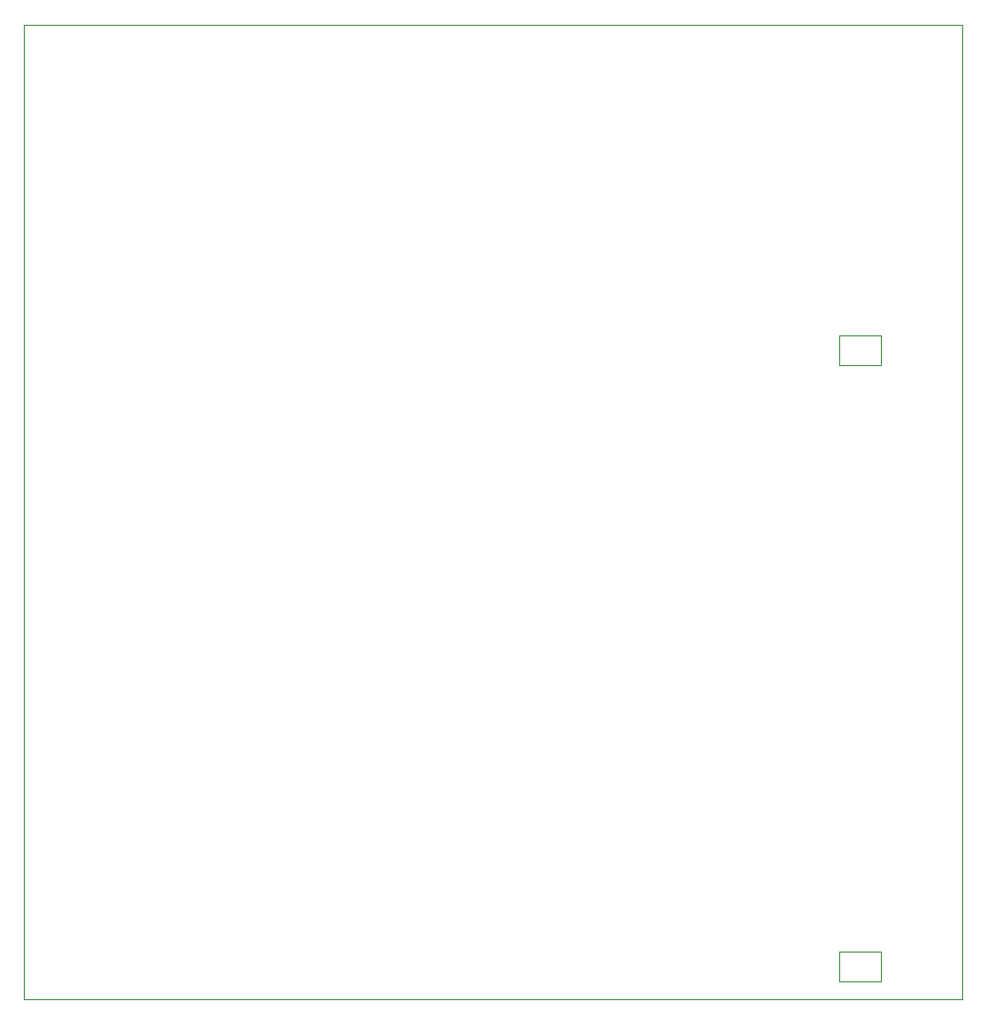
<source format=gm1>
G04 #@! TF.GenerationSoftware,KiCad,Pcbnew,8.0.4+dfsg-1*
G04 #@! TF.CreationDate,2025-03-15T13:20:52+01:00*
G04 #@! TF.ProjectId,olimex-ice40-scart-header,6f6c696d-6578-42d6-9963-6534302d7363,rev?*
G04 #@! TF.SameCoordinates,Original*
G04 #@! TF.FileFunction,Profile,NP*
%FSLAX46Y46*%
G04 Gerber Fmt 4.6, Leading zero omitted, Abs format (unit mm)*
G04 Created by KiCad (PCBNEW 8.0.4+dfsg-1) date 2025-03-15 13:20:52*
%MOMM*%
%LPD*%
G01*
G04 APERTURE LIST*
G04 #@! TA.AperFunction,Profile*
%ADD10C,0.100000*%
G04 #@! TD*
G04 #@! TA.AperFunction,Profile*
%ADD11C,0.120000*%
G04 #@! TD*
G04 APERTURE END LIST*
D10*
X118742000Y-37300000D02*
X198804000Y-37300000D01*
X198804000Y-120396000D01*
X118742000Y-120396000D01*
X118742000Y-37300000D01*
D11*
X191850000Y-63805000D02*
X188350000Y-63805000D01*
X188350000Y-66305000D01*
X191850000Y-66305000D01*
X191850000Y-63805000D01*
X191850000Y-116355000D02*
X188350000Y-116355000D01*
X188350000Y-118855000D01*
X191850000Y-118855000D01*
X191850000Y-116355000D01*
M02*

</source>
